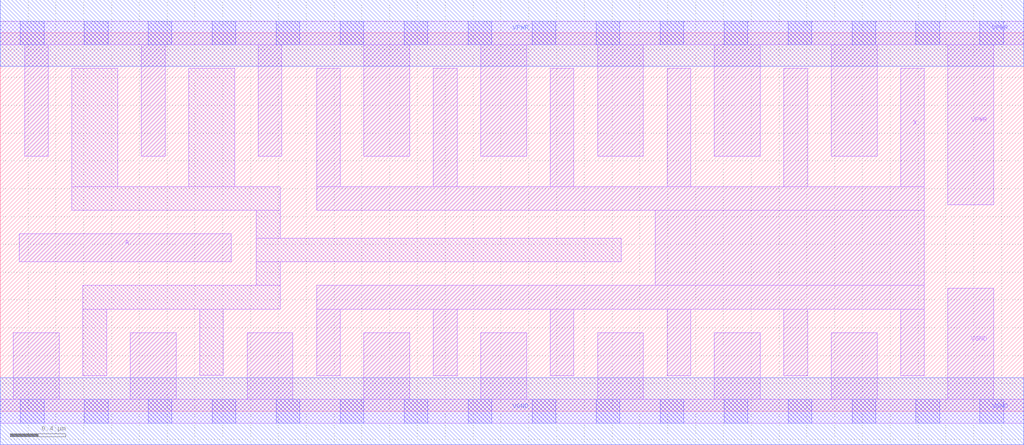
<source format=lef>
# Copyright 2020 The SkyWater PDK Authors
#
# Licensed under the Apache License, Version 2.0 (the "License");
# you may not use this file except in compliance with the License.
# You may obtain a copy of the License at
#
#     https://www.apache.org/licenses/LICENSE-2.0
#
# Unless required by applicable law or agreed to in writing, software
# distributed under the License is distributed on an "AS IS" BASIS,
# WITHOUT WARRANTIES OR CONDITIONS OF ANY KIND, either express or implied.
# See the License for the specific language governing permissions and
# limitations under the License.
#
# SPDX-License-Identifier: Apache-2.0

VERSION 5.7 ;
  NAMESCASESENSITIVE ON ;
  NOWIREEXTENSIONATPIN ON ;
  DIVIDERCHAR "/" ;
  BUSBITCHARS "[]" ;
UNITS
  DATABASE MICRONS 200 ;
END UNITS
MACRO sky130_fd_sc_hd__buf_12
  CLASS CORE ;
  SOURCE USER ;
  FOREIGN sky130_fd_sc_hd__buf_12 ;
  ORIGIN  0.000000  0.000000 ;
  SIZE  7.360000 BY  2.720000 ;
  SYMMETRY X Y R90 ;
  SITE unithd ;
  PIN A
    ANTENNAGATEAREA  0.990000 ;
    DIRECTION INPUT ;
    USE SIGNAL ;
    PORT
      LAYER li1 ;
        RECT 0.135000 1.075000 1.660000 1.275000 ;
    END
  END A
  PIN X
    ANTENNADIFFAREA  2.673000 ;
    DIRECTION OUTPUT ;
    USE SIGNAL ;
    PORT
      LAYER li1 ;
        RECT 2.275000 0.255000 2.445000 0.735000 ;
        RECT 2.275000 0.735000 6.645000 0.905000 ;
        RECT 2.275000 1.445000 6.645000 1.615000 ;
        RECT 2.275000 1.615000 2.445000 2.465000 ;
        RECT 3.115000 0.255000 3.285000 0.735000 ;
        RECT 3.115000 1.615000 3.285000 2.465000 ;
        RECT 3.955000 0.255000 4.125000 0.735000 ;
        RECT 3.955000 1.615000 4.125000 2.465000 ;
        RECT 4.710000 0.905000 6.645000 1.445000 ;
        RECT 4.795000 0.255000 4.965000 0.735000 ;
        RECT 4.795000 1.615000 4.965000 2.465000 ;
        RECT 5.635000 0.255000 5.805000 0.735000 ;
        RECT 5.635000 1.615000 5.805000 2.465000 ;
        RECT 6.475000 0.255000 6.645000 0.735000 ;
        RECT 6.475000 1.615000 6.645000 2.465000 ;
    END
  END X
  PIN VGND
    DIRECTION INOUT ;
    SHAPE ABUTMENT ;
    USE GROUND ;
    PORT
      LAYER li1 ;
        RECT 0.000000 -0.085000 7.360000 0.085000 ;
        RECT 0.095000  0.085000 0.425000 0.565000 ;
        RECT 0.935000  0.085000 1.265000 0.565000 ;
        RECT 1.775000  0.085000 2.105000 0.565000 ;
        RECT 2.615000  0.085000 2.945000 0.565000 ;
        RECT 3.455000  0.085000 3.785000 0.565000 ;
        RECT 4.295000  0.085000 4.625000 0.565000 ;
        RECT 5.135000  0.085000 5.465000 0.565000 ;
        RECT 5.975000  0.085000 6.305000 0.565000 ;
        RECT 6.815000  0.085000 7.145000 0.885000 ;
      LAYER mcon ;
        RECT 0.145000 -0.085000 0.315000 0.085000 ;
        RECT 0.605000 -0.085000 0.775000 0.085000 ;
        RECT 1.065000 -0.085000 1.235000 0.085000 ;
        RECT 1.525000 -0.085000 1.695000 0.085000 ;
        RECT 1.985000 -0.085000 2.155000 0.085000 ;
        RECT 2.445000 -0.085000 2.615000 0.085000 ;
        RECT 2.905000 -0.085000 3.075000 0.085000 ;
        RECT 3.365000 -0.085000 3.535000 0.085000 ;
        RECT 3.825000 -0.085000 3.995000 0.085000 ;
        RECT 4.285000 -0.085000 4.455000 0.085000 ;
        RECT 4.745000 -0.085000 4.915000 0.085000 ;
        RECT 5.205000 -0.085000 5.375000 0.085000 ;
        RECT 5.665000 -0.085000 5.835000 0.085000 ;
        RECT 6.125000 -0.085000 6.295000 0.085000 ;
        RECT 6.585000 -0.085000 6.755000 0.085000 ;
        RECT 7.045000 -0.085000 7.215000 0.085000 ;
      LAYER met1 ;
        RECT 0.000000 -0.240000 7.360000 0.240000 ;
    END
  END VGND
  PIN VPWR
    DIRECTION INOUT ;
    SHAPE ABUTMENT ;
    USE POWER ;
    PORT
      LAYER li1 ;
        RECT 0.000000 2.635000 7.360000 2.805000 ;
        RECT 0.175000 1.835000 0.345000 2.635000 ;
        RECT 1.015000 1.835000 1.185000 2.635000 ;
        RECT 1.855000 1.835000 2.025000 2.635000 ;
        RECT 2.615000 1.835000 2.945000 2.635000 ;
        RECT 3.455000 1.835000 3.785000 2.635000 ;
        RECT 4.295000 1.835000 4.625000 2.635000 ;
        RECT 5.135000 1.835000 5.465000 2.635000 ;
        RECT 5.975000 1.835000 6.305000 2.635000 ;
        RECT 6.815000 1.485000 7.145000 2.635000 ;
      LAYER mcon ;
        RECT 0.145000 2.635000 0.315000 2.805000 ;
        RECT 0.605000 2.635000 0.775000 2.805000 ;
        RECT 1.065000 2.635000 1.235000 2.805000 ;
        RECT 1.525000 2.635000 1.695000 2.805000 ;
        RECT 1.985000 2.635000 2.155000 2.805000 ;
        RECT 2.445000 2.635000 2.615000 2.805000 ;
        RECT 2.905000 2.635000 3.075000 2.805000 ;
        RECT 3.365000 2.635000 3.535000 2.805000 ;
        RECT 3.825000 2.635000 3.995000 2.805000 ;
        RECT 4.285000 2.635000 4.455000 2.805000 ;
        RECT 4.745000 2.635000 4.915000 2.805000 ;
        RECT 5.205000 2.635000 5.375000 2.805000 ;
        RECT 5.665000 2.635000 5.835000 2.805000 ;
        RECT 6.125000 2.635000 6.295000 2.805000 ;
        RECT 6.585000 2.635000 6.755000 2.805000 ;
        RECT 7.045000 2.635000 7.215000 2.805000 ;
      LAYER met1 ;
        RECT 0.000000 2.480000 7.360000 2.960000 ;
    END
  END VPWR
  OBS
    LAYER li1 ;
      RECT 0.515000 1.445000 2.015000 1.615000 ;
      RECT 0.515000 1.615000 0.845000 2.465000 ;
      RECT 0.595000 0.255000 0.765000 0.735000 ;
      RECT 0.595000 0.735000 2.015000 0.905000 ;
      RECT 1.355000 1.615000 1.685000 2.465000 ;
      RECT 1.435000 0.260000 1.605000 0.735000 ;
      RECT 1.840000 0.905000 2.015000 1.075000 ;
      RECT 1.840000 1.075000 4.465000 1.245000 ;
      RECT 1.840000 1.245000 2.015000 1.445000 ;
  END
END sky130_fd_sc_hd__buf_12
END LIBRARY

</source>
